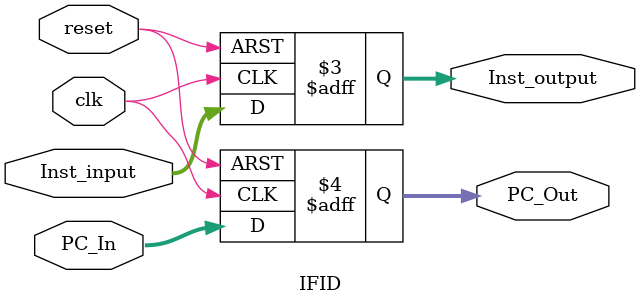
<source format=v>
module IFID(clk, reset, PC_In, Inst_input,	Inst_output, PC_Out);
  
  input wire clk;
  input reset;
  input wire [63:0] PC_In;
  input  [31:0] Inst_input;
  output reg [31:0]Inst_output;
  output reg [63:0] PC_Out;
  
  always @ (posedge clk or posedge reset)
    begin
    if (reset == 1'b1)
      begin
         PC_Out <= 0; 
         Inst_output <= 0;
      end
     else 
       begin
         PC_Out = PC_In;
         Inst_output <= Inst_input;
       end
    end
endmodule

</source>
